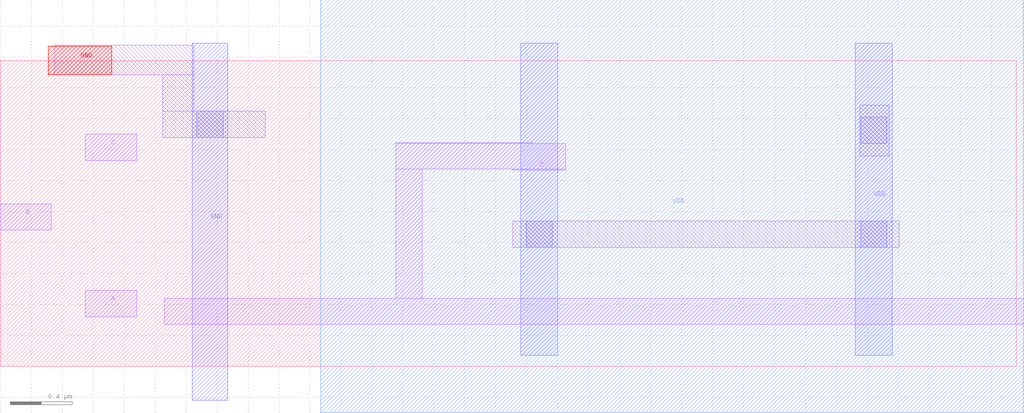
<source format=lef>
# Copyright 2020 The SkyWater PDK Authors
#
# Licensed under the Apache License, Version 2.0 (the "License");
# you may not use this file except in compliance with the License.
# You may obtain a copy of the License at
#
#     https://www.apache.org/licenses/LICENSE-2.0
#
# Unless required by applicable law or agreed to in writing, software
# distributed under the License is distributed on an "AS IS" BASIS,
# WITHOUT WARRANTIES OR CONDITIONS OF ANY KIND, either express or implied.
# See the License for the specific language governing permissions and
# limitations under the License.
#
# SPDX-License-Identifier: Apache-2.0

VERSION 5.7 ;
  NOWIREEXTENSIONATPIN ON ;
  DIVIDERCHAR "/" ;
  BUSBITCHARS "[]" ;
MACRO sky130_fd_bd_sram__openram_dp_nand3_dec
  CLASS BLOCK ;
  FOREIGN sky130_fd_bd_sram__openram_dp_nand3_dec ;
  ORIGIN  0.000000  0.000000 ;
  SIZE  6.560000 BY  1.975000 ;
  PIN A
    ANTENNAGATEAREA  0.279000 ;
    PORT
      LAYER li1 ;
        RECT 0.550000 0.320000 0.880000 0.490000 ;
    END
  END A
  PIN B
    ANTENNAGATEAREA  0.279000 ;
    PORT
      LAYER li1 ;
        RECT 0.000000 0.880000 0.330000 1.050000 ;
    END
  END B
  PIN C
    ANTENNAGATEAREA  0.279000 ;
    PORT
      LAYER li1 ;
        RECT 0.550000 1.330000 0.880000 1.500000 ;
    END
  END C
  PIN GND
    ANTENNADIFFAREA  0.386650 ;
    PORT
      LAYER met1 ;
        RECT 1.240000 -0.220000 1.470000 2.090000 ;
      LAYER pwell ;
        RECT 0.310000 1.885000 0.720000 2.070000 ;
    END
  END GND
  PIN VDD
    ANTENNADIFFAREA  0.844200 ;
    PORT
      LAYER met1 ;
        RECT 3.360000 0.070000 3.600000 2.090000 ;
        RECT 5.520000 0.070000 5.760000 2.090000 ;
      LAYER nwell ;
        RECT 2.070000 -0.300000 6.610000 2.370000 ;
    END
  END VDD
  PIN Z
    ANTENNADIFFAREA  1.230000 ;
    PORT
      LAYER li1 ;
        RECT 1.060000 0.270000 6.610000 0.440000 ;
        RECT 2.555000 0.440000 2.725000 1.275000 ;
        RECT 2.555000 1.275000 3.650000 1.440000 ;
        RECT 2.555000 1.440000 3.435000 1.445000 ;
        RECT 3.310000 1.270000 3.650000 1.275000 ;
    END
  END Z
  OBS
    LAYER li1 ;
      RECT 0.350000 1.885000 1.250000 2.075000 ;
      RECT 1.050000 1.480000 1.710000 1.650000 ;
      RECT 1.050000 1.650000 1.250000 1.885000 ;
      RECT 3.310000 0.770000 5.805000 0.940000 ;
      RECT 5.550000 1.360000 5.740000 1.690000 ;
    LAYER mcon ;
      RECT 1.270000 1.480000 1.440000 1.650000 ;
      RECT 3.395000 0.770000 3.565000 0.940000 ;
      RECT 5.555000 0.770000 5.725000 0.940000 ;
      RECT 5.555000 1.440000 5.725000 1.610000 ;
  END
END sky130_fd_bd_sram__openram_dp_nand3_dec
END LIBRARY

</source>
